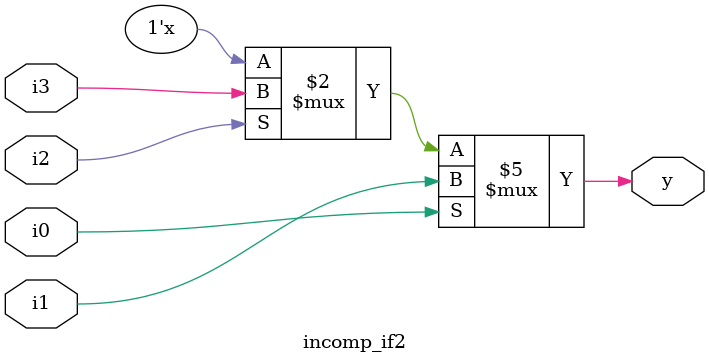
<source format=v>
module incomp_if2 (input i0 , input i1 , input i2 , input i3, output reg y);
always @ (*)
begin
	if(i0)
		y <= i1;
	else if (i2)
		y <= i3;

end
endmodule

</source>
